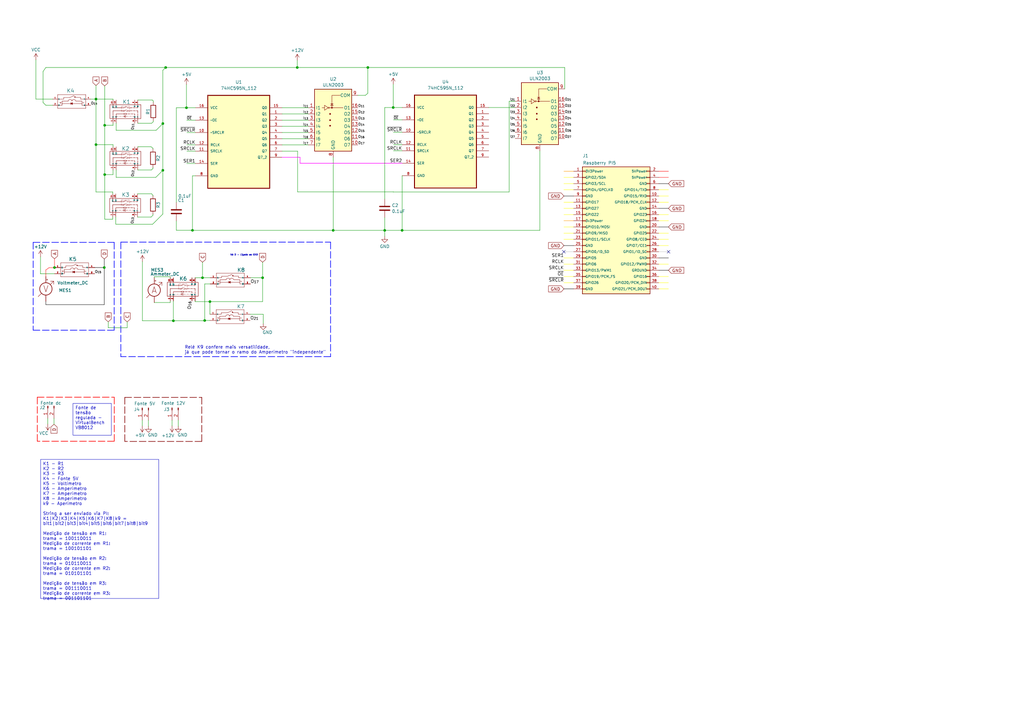
<source format=kicad_sch>
(kicad_sch (version 20230121) (generator eeschema)
  (paper "A3")
  (lib_symbols
    (symbol "3570-1331-123:3570-1331-123" (pin_names (offset 0.254))
      (property "Reference" "K" (at 19.6596 2.7432 0))
      (property "Value" "3570-1331-123" (at 19.9136 0.1524 0))
      (symbol "3570-1331-123_1_1"
        (pin unspecified line (at 12.192 -3.81 0) (length 2) (name "1") (number "1"))
        (pin unspecified line (at 12.192 -6.35 0) (length 2) (name "2") (number "2"))
        (pin unspecified line (at 27.8384 -6.35 180) (length 2) (name "3") (number "3"))
        (pin unspecified line (at 27.8384 -3.81 180) (length 2) (name "4") (number "4"))
      )
    )
    (symbol "3570-1331-123_1" (pin_names (offset 0.254))
      (property "Reference" "K" (at 19.6596 2.7432 0))
      (property "Value" "3570-1331-123" (at 19.9136 0.1524 0))
      (symbol "3570-1331-123_1_1_1"
        (pin unspecified line (at 12.065 -3.81 0) (length 2.54) (name "1") (number "1"))
        (pin unspecified line (at 12.065 -6.35 0) (length 2.54) (name "2") (number "2"))
        (pin unspecified line (at 28.575 -6.35 180) (length 2.54) (name "3") (number "3"))
        (pin unspecified line (at 28.575 -3.81 180) (length 2.54) (name "4") (number "4"))
      )
    )
    (symbol "3572-1220-123:3572-1220-123" (pin_names (offset 0.254))
      (property "Reference" "K1" (at -14.605 5.715 0))
      (property "Value" "3572-1220-123" (at -10.16 5.715 0))
      (symbol "3572-1220-123_1_1"
        (pin unspecified line (at -5.08 -10.16 90) (length 2) (name "1") (number "1"))
        (pin unspecified line (at -3.81 -0.635 270) (length 2) (name "13") (number "13"))
        (pin unspecified line (at -5.08 -0.635 270) (length 2) (name "14") (number "14"))
        (pin unspecified line (at -3.81 -10.16 90) (length 2) (name "2") (number "2"))
        (pin unspecified line (at 3.81 -10.16 90) (length 2) (name "6") (number "6"))
        (pin unspecified line (at 5.08 -10.16 90) (length 2) (name "7") (number "7"))
        (pin unspecified line (at 5.08 -0.635 270) (length 2) (name "8") (number "8"))
        (pin unspecified line (at 3.81 -0.635 270) (length 2) (name "9") (number "9"))
      )
    )
    (symbol "74HC595N:74HC595N_112" (pin_names (offset 1.016))
      (property "Reference" "U" (at -5.2866 17.8676 0))
      (property "Value" "74HC595N_112" (at -4.4502 -27.7437 0))
      (symbol "74HC595N_112_0_0"
        (pin output line (at 17.78 7.62 180) (length 5.08) (name "Q1") (number "1"))
        (pin input line (at -17.78 5.08 0) (length 5.08) (name "~OE") (number "13"))
        (pin output line (at 17.78 10.16 180) (length 5.08) (name "Q0") (number "15"))
        (pin power_in line (at -17.78 10.16 0) (length 5.08) (name "VCC") (number "16"))
        (pin output line (at 17.78 5.08 180) (length 5.08) (name "Q2") (number "2"))
        (pin output line (at 17.78 2.54 180) (length 5.08) (name "Q3") (number "3"))
        (pin output line (at 17.78 0 180) (length 5.08) (name "Q4") (number "4"))
        (pin output line (at 17.78 -2.54 180) (length 5.08) (name "Q5") (number "5"))
        (pin output line (at 17.78 -5.08 180) (length 5.08) (name "Q6") (number "6"))
        (pin output line (at 17.78 -7.62 180) (length 5.08) (name "Q7") (number "7"))
        (pin passive line (at -17.78 -17.78 0) (length 5.08) (name "GND") (number "8"))
        (pin output line (at 17.78 -10.16 180) (length 5.08) (name "Q7_2") (number "9"))
      )
      (symbol "74HC595N_112_1_0"
        (pin input line (at -17.78 0 0) (length 5.08) (name "~SRCLR") (number "10"))
        (pin input line (at -17.78 -7.62 0) (length 5.08) (name "SRCLK") (number "11"))
        (pin input line (at -17.78 -5.08 0) (length 5.08) (name "RCLK") (number "12"))
        (pin input line (at -17.78 -12.7 0) (length 5.08) (name "SER") (number "14"))
      )
    )
    (symbol "Connector:Conn_01x02_Pin" (pin_names (offset 1.016) hide)
      (property "Reference" "J" (at 0 2.54 0))
      (property "Value" "Conn_01x02_Pin" (at 0 -5.08 0))
      (symbol "Conn_01x02_Pin_1_1"
        (pin passive line (at 5.08 0 180) (length 3.81) (name "Pin_1") (number "1"))
        (pin passive line (at 5.08 -2.54 180) (length 3.81) (name "Pin_2") (number "2"))
      )
    )
    (symbol "Device:Ammeter_DC" (pin_numbers hide) (pin_names (offset 0.0254) hide)
      (property "Reference" "MES" (at -3.302 1.016 0))
      (property "Value" "Ammeter_DC" (at -3.302 -0.762 0))
      (symbol "Ammeter_DC_0_0"
        (text "A" (at 0 0 0) (effects (font (size 2.54 2.54))))
      )
      (symbol "Ammeter_DC_1_1"
        (pin passive line (at 0 -5.08 90) (length 2.54) (name "-") (number "1"))
        (pin passive line (at 0 5.08 270) (length 2.54) (name "+") (number "2"))
      )
    )
    (symbol "Device:C" (pin_numbers hide) (pin_names (offset 0.254))
      (property "Reference" "C" (at 0.635 2.54 0))
      (property "Value" "C" (at 0.635 -2.54 0))
      (symbol "C_1_1"
        (pin passive line (at 0 3.81 270) (length 2.794) (name "~") (number "1"))
        (pin passive line (at 0 -3.81 90) (length 2.794) (name "~") (number "2"))
      )
    )
    (symbol "Device:R" (pin_numbers hide) (pin_names (offset 0))
      (property "Reference" "R" (at 2.032 0 90))
      (property "Value" "R" (at 0 0 90))
      (symbol "R_1_1"
        (pin passive line (at 0 3.81 270) (length 1.27) (name "~") (number "1"))
        (pin passive line (at 0 -3.81 90) (length 1.27) (name "~") (number "2"))
      )
    )
    (symbol "Device:Voltmeter_DC" (pin_numbers hide) (pin_names (offset 0.0254) hide)
      (property "Reference" "MES" (at -3.302 1.016 0))
      (property "Value" "Voltmeter_DC" (at -3.302 -0.762 0))
      (symbol "Voltmeter_DC_0_0"
        (text "V" (at 0 0 0) (effects (font (size 2.54 2.54))))
      )
      (symbol "Voltmeter_DC_1_1"
        (pin passive line (at 0 -5.08 90) (length 2.54) (name "-") (number "1"))
        (pin passive line (at 0 5.08 270) (length 2.54) (name "+") (number "2"))
      )
    )
    (symbol "PI5:Raspberry_PI5" (pin_names (offset 1.016))
      (property "Reference" "J2" (at 1.27 54.229 0))
      (property "Value" "Raspberry PI5" (at 6.9596 51.5112 0))
      (symbol "Raspberry_PI5_1_1"
        (pin passive line (at -5.08 48.26 0) (length 3.81) (name "3V3Power") (number "1"))
        (pin passive line (at 29.972 38.1 180) (length 3.81) (name "GPIO15/RXD") (number "10"))
        (pin passive line (at -5.08 35.56 0) (length 3.81) (name "GPIO17") (number "11"))
        (pin passive line (at 29.972 35.56 180) (length 3.81) (name "GPIO18/PCM_CLK") (number "12"))
        (pin passive line (at -5.08 33.02 0) (length 3.81) (name "GPIO27") (number "13"))
        (pin passive line (at 29.972 33.02 180) (length 3.81) (name "GND") (number "14"))
        (pin passive line (at -5.08 30.48 0) (length 3.81) (name "GPIO22") (number "15"))
        (pin passive line (at 29.972 30.48 180) (length 3.81) (name "GPIO23") (number "16"))
        (pin passive line (at -5.08 27.94 0) (length 3.81) (name "3v3Power") (number "17"))
        (pin passive line (at 29.972 27.94 180) (length 3.81) (name "GPIO24") (number "18"))
        (pin passive line (at -5.08 25.4 0) (length 3.81) (name "GPIO10/MOSI") (number "19"))
        (pin passive line (at 29.972 48.26 180) (length 3.81) (name "5VPower") (number "2"))
        (pin passive line (at 29.972 25.4 180) (length 3.81) (name "GND") (number "20"))
        (pin passive line (at -5.08 22.86 0) (length 3.81) (name "GPIO9/MISO") (number "21"))
        (pin passive line (at 29.972 22.86 180) (length 3.81) (name "GPIO25") (number "22"))
        (pin passive line (at -5.08 20.32 0) (length 3.81) (name "GPIO11/SCLK") (number "23"))
        (pin passive line (at 29.972 20.32 180) (length 3.81) (name "GPIO8/CE0") (number "24"))
        (pin passive line (at -5.08 17.78 0) (length 3.81) (name "GND") (number "25"))
        (pin passive line (at 29.972 17.78 180) (length 3.81) (name "GPIO7/CE1") (number "26"))
        (pin passive line (at -5.08 15.24 0) (length 3.81) (name "GPIO0/ID_SD") (number "27"))
        (pin passive line (at 29.972 15.24 180) (length 3.81) (name "GPIO1/ID_SC") (number "28"))
        (pin passive line (at -5.08 12.7 0) (length 3.81) (name "GPIO5") (number "29"))
        (pin passive line (at -5.08 45.72 0) (length 3.81) (name "GPIO2/SDA") (number "3"))
        (pin passive line (at 29.972 12.7 180) (length 3.81) (name "GND") (number "30"))
        (pin passive line (at -5.08 10.16 0) (length 3.81) (name "GPIO6") (number "31"))
        (pin passive line (at 29.972 10.16 180) (length 3.81) (name "GPIO12/PWM0") (number "32"))
        (pin passive line (at -5.08 7.62 0) (length 3.81) (name "GPIO13/PWM1") (number "33"))
        (pin passive line (at 29.972 7.62 180) (length 3.81) (name "GROUND") (number "34"))
        (pin passive line (at -5.08 5.08 0) (length 3.81) (name "GPIO19/PCM_FS") (number "35"))
        (pin passive line (at 29.972 5.08 180) (length 3.81) (name "GPIO16") (number "36"))
        (pin passive line (at -5.08 2.54 0) (length 3.81) (name "GPIO26") (number "37"))
        (pin passive line (at 29.972 2.54 180) (length 3.81) (name "GPIO20/PCM_DIN") (number "38"))
        (pin passive line (at -5.08 0 0) (length 3.81) (name "GND") (number "39"))
        (pin passive line (at 29.972 45.72 180) (length 3.81) (name "5VPower") (number "4"))
        (pin passive line (at 29.972 0 180) (length 3.81) (name "GPIO21/PCM_DOUT") (number "40"))
        (pin passive line (at -5.08 43.18 0) (length 3.81) (name "GPIO3/SCL") (number "5"))
        (pin passive line (at 29.972 43.18 180) (length 3.81) (name "GND") (number "6"))
        (pin passive line (at -5.08 40.64 0) (length 3.81) (name "GPIO4/GPCLK0") (number "7"))
        (pin passive line (at 29.972 40.64 180) (length 3.81) (name "GPIO14/TXD") (number "8"))
        (pin passive line (at -5.08 38.1 0) (length 3.81) (name "GND") (number "9"))
      )
    )
    (symbol "Transistor_Array:ULN2003"
      (property "Reference" "U" (at 0 15.875 0))
      (property "Value" "ULN2003" (at 0 13.97 0))
      (symbol "ULN2003_1_1"
        (pin input line (at -10.16 5.08 0) (length 2.54) (name "I1") (number "1"))
        (pin open_collector line (at 10.16 -10.16 180) (length 2.54) (name "O7") (number "10"))
        (pin open_collector line (at 10.16 -7.62 180) (length 2.54) (name "O6") (number "11"))
        (pin open_collector line (at 10.16 -5.08 180) (length 2.54) (name "O5") (number "12"))
        (pin open_collector line (at 10.16 -2.54 180) (length 2.54) (name "O4") (number "13"))
        (pin open_collector line (at 10.16 0 180) (length 2.54) (name "O3") (number "14"))
        (pin open_collector line (at 10.16 2.54 180) (length 2.54) (name "O2") (number "15"))
        (pin open_collector line (at 10.16 5.08 180) (length 2.54) (name "O1") (number "16"))
        (pin input line (at -10.16 2.54 0) (length 2.54) (name "I2") (number "2"))
        (pin input line (at -10.16 0 0) (length 2.54) (name "I3") (number "3"))
        (pin input line (at -10.16 -2.54 0) (length 2.54) (name "I4") (number "4"))
        (pin input line (at -10.16 -5.08 0) (length 2.54) (name "I5") (number "5"))
        (pin input line (at -10.16 -7.62 0) (length 2.54) (name "I6") (number "6"))
        (pin input line (at -10.16 -10.16 0) (length 2.54) (name "I7") (number "7"))
        (pin power_in line (at 0 -15.24 90) (length 2.54) (name "GND") (number "8"))
        (pin passive line (at 10.16 10.16 180) (length 2.54) (name "COM") (number "9"))
      )
    )
    (symbol "power:+12V" (power) (pin_names (offset 0))
      (property "Value" "+12V" (at 0 3.556 0))
      (symbol "+12V_1_1"
        (pin power_in line (at 0 0 90) (length 0) hide (name "+12V") (number "1"))
      )
    )
    (symbol "power:+5V" (power) (pin_names (offset 0))
      (property "Value" "+5V" (at 0 3.556 0))
      (symbol "+5V_1_1"
        (pin power_in line (at 0 0 90) (length 0) hide (name "+5V") (number "1"))
      )
    )
    (symbol "power:GND" (power) (pin_names (offset 0))
      (property "Value" "GND" (at 0 -3.81 0))
      (symbol "GND_1_1"
        (pin power_in line (at 0 0 270) (length 0) hide (name "GND") (number "1"))
      )
    )
    (symbol "power:VCC" (power) (pin_names (offset 0))
      (property "Value" "VCC" (at 0 3.81 0))
      (symbol "VCC_1_1"
        (pin power_in line (at 0 0 90) (length 0) hide (name "VCC") (number "1"))
      )
    )
  )
  (junction (at 42.7736 109.728))
  (junction (at 83.058 113.919))
  (junction (at 161.2646 44.0944))
  (junction (at 76.4794 44.196))
  (junction (at 107.696 113.919))
  (junction (at 86.106 123.698))
  (junction (at 66.802 69.85))
  (junction (at 164.9213 94.488))
  (junction (at 42.926 51.3842))
  (junction (at 39.37 40.64))
  (junction (at 67.945 27.686))
  (junction (at 121.92 27.686))
  (junction (at 39.37 59.309))
  (junction (at 78.9432 94.4626))
  (junction (at 150.876 27.686))
  (junction (at 66.802 50.673))
  (junction (at 42.9329 71.6026))
  (junction (at 157.7848 94.488))
  (junction (at 22.352 109.728))
  (junction (at 71.12 131.572))
  (junction (at 83.947 131.445))
  (junction (at 136.652 94.488))
  (no_connect (at 231.267 103.251))
  (no_connect (at 274.193 103.251))
  (wire (pts (xy 231.267 118.491) (xy 235.204 118.491)) (stroke (width 0) (color 0 0 0 1)))
  (wire (pts (xy 20.1168 109.7788) (xy 22.352 109.7788)) (stroke (width 0) (color 255 0 0 1)))
  (wire (pts (xy 58.42 131.572) (xy 71.12 131.572)))
  (wire (pts (xy 136.652 94.488) (xy 157.7848 94.488)))
  (wire (pts (xy 83.947 116.459) (xy 83.947 131.445)))
  (wire (pts (xy 69.85 113.538) (xy 69.85 113.919)))
  (wire (pts (xy 76.581 67.056) (xy 80.137 67.056)))
  (wire (pts (xy 56.388 79.502) (xy 62.23 79.502)))
  (wire (pts (xy 270.256 113.411) (xy 274.1676 113.411)) (stroke (width 0) (color 255 255 0 1)))
  (wire (pts (xy 67.945 27.686) (xy 121.92 27.686)))
  (wire (pts (xy 58.3438 172.3898) (xy 58.3438 174.6758)))
  (wire (pts (xy 62.738 88.265) (xy 61.976 89.027)))
  (wire (pts (xy 42.926 71.6026) (xy 42.9329 71.6026)))
  (wire (pts (xy 270.256 115.951) (xy 274.1676 115.951)) (stroke (width 0) (color 255 255 0 1)))
  (wire (pts (xy 21.59 43.18) (xy 18.796 43.18)))
  (wire (pts (xy 208.8134 41.5544) (xy 211.2772 41.5544)))
  (wire (pts (xy 161.3662 49.1744) (xy 164.9222 49.1744)))
  (wire (pts (xy 115.697 54.356) (xy 126.492 54.356)))
  (wire (pts (xy 86.106 123.698) (xy 86.106 128.905)))
  (wire (pts (xy 115.697 59.436) (xy 126.492 59.436)))
  (wire (pts (xy 161.2646 44.0944) (xy 161.2646 34.5694)))
  (wire (pts (xy 231.267 75.311) (xy 235.204 75.311)) (stroke (width 0) (color 255 255 0 1)))
  (wire (pts (xy 62.738 60.833) (xy 61.976 60.198)))
  (wire (pts (xy 83.058 113.919) (xy 86.233 113.919)))
  (wire (pts (xy 62.611 91.948) (xy 66.802 87.757)))
  (wire (pts (xy 164.9213 94.488) (xy 221.4372 94.488)))
  (wire (pts (xy 80.137 44.196) (xy 76.4794 44.196)))
  (wire (pts (xy 69.85 123.444) (xy 69.85 124.079)))
  (wire (pts (xy 80.01 123.698) (xy 80.01 123.444)))
  (wire (pts (xy 17.653 29.337) (xy 18.796 27.686)))
  (wire (pts (xy 51.181 162.9918) (xy 51.181 181.0512)) (stroke (width 0.254) (type dash) (color 132 0 0 1)))
  (wire (pts (xy 16.6116 112.2426) (xy 16.637 112.2426)))
  (wire (pts (xy 58.42 107.315) (xy 58.42 131.572)))
  (wire (pts (xy 62.865 41.402) (xy 62.484 41.021)))
  (wire (pts (xy 71.12 131.572) (xy 83.947 131.572)))
  (wire (pts (xy 56.515 41.021) (xy 62.484 41.021)))
  (wire (pts (xy 49.5554 99.314) (xy 135.5852 99.314)) (stroke (width 0.254) (type dash) (color 0 0 255 1)))
  (wire (pts (xy 270.256 77.851) (xy 274.193 77.851)) (stroke (width 0) (color 255 255 0 1)))
  (wire (pts (xy 76.581 49.276) (xy 80.137 49.276)))
  (wire (pts (xy 46.3296 51.3588) (xy 46.355 51.3588)))
  (wire (pts (xy 39.37 35.052) (xy 39.37 40.64)))
  (wire (pts (xy 46.355 59.309) (xy 39.37 59.309)))
  (wire (pts (xy 231.267 108.331) (xy 235.204 108.331)) (stroke (width 0) (color 255 255 0 1)))
  (wire (pts (xy 76.4794 44.196) (xy 76.4794 34.671)))
  (wire (pts (xy 270.256 98.171) (xy 274.193 98.171)) (stroke (width 0) (color 255 255 0 1)))
  (wire (pts (xy 44.3738 134.4168) (xy 52.1462 134.4168)))
  (wire (pts (xy 270.256 82.931) (xy 274.193 82.931)) (stroke (width 0) (color 255 255 0 1)))
  (wire (pts (xy 200.4822 44.0944) (xy 211.2772 44.0944)))
  (wire (pts (xy 78.9432 94.4626) (xy 78.9432 94.488)))
  (wire (pts (xy 231.267 115.951) (xy 235.204 115.951)) (stroke (width 0) (color 255 255 0 1)))
  (wire (pts (xy 231.267 80.391) (xy 235.204 80.391)) (stroke (width 0) (color 0 0 0 1)))
  (wire (pts (xy 17.653 42.037) (xy 17.653 29.337)))
  (wire (pts (xy 47.625 69.723) (xy 47.625 72.771)))
  (wire (pts (xy 83.947 131.445) (xy 86.106 131.445)))
  (wire (pts (xy 42.7736 106.2228) (xy 42.7736 109.728)) (stroke (width 0) (color 0 0 0 1)))
  (wire (pts (xy 80.01 113.919) (xy 83.058 113.919)))
  (wire (pts (xy 231.267 90.551) (xy 235.204 90.551)) (stroke (width 0) (color 255 153 0 1)))
  (wire (pts (xy 46.355 51.3588) (xy 46.355 50.546)))
  (wire (pts (xy 22.352 109.7788) (xy 22.352 109.728)) (stroke (width 0) (color 255 0 0 1)))
  (wire (pts (xy 22.1488 171.6024) (xy 22.1488 174.0154)))
  (wire (pts (xy 161.417 59.3344) (xy 164.9222 59.3344)))
  (wire (pts (xy 231.267 103.251) (xy 235.204 103.251)) (stroke (width 0) (color 194 194 194 1)))
  (wire (pts (xy 161.3408 78.74) (xy 161.3408 78.7146)))
  (wire (pts (xy 80.01 123.698) (xy 86.106 123.698)))
  (wire (pts (xy 60.8838 172.3898) (xy 60.8838 174.8028)))
  (wire (pts (xy 122.047 61.976) (xy 122.047 78.7146)))
  (wire (pts (xy 42.926 35.2298) (xy 42.926 51.3842)))
  (wire (pts (xy 123.063 66.9544) (xy 164.9222 66.9544)) (stroke (width 0.2) (color 255 0 255 1)))
  (wire (pts (xy 164.9222 72.0344) (xy 164.9222 94.4871)))
  (wire (pts (xy 47.498 89.027) (xy 47.498 91.948)))
  (wire (pts (xy 18.8214 110.7186) (xy 20.1168 109.7788)) (stroke (width 0) (color 255 0 0 1)))
  (wire (pts (xy 121.92 24.765) (xy 121.92 27.686)))
  (wire (pts (xy 42.926 51.3842) (xy 46.3296 51.3842)))
  (wire (pts (xy 42.7736 124.9426) (xy 42.7736 109.728)) (stroke (width 0) (color 0 0 0 1)))
  (wire (pts (xy 231.267 105.791) (xy 235.204 105.791)) (stroke (width 0) (color 255 255 0 1)))
  (wire (pts (xy 56.515 69.723) (xy 62.103 69.723)))
  (wire (pts (xy 62.738 68.707) (xy 62.738 69.088)))
  (wire (pts (xy 51.181 162.9918) (xy 82.7532 162.9918)) (stroke (width 0.254) (type dash) (color 132 0 0 1)))
  (wire (pts (xy 46.355 60.198) (xy 46.355 59.309)))
  (wire (pts (xy 46.228 78.74) (xy 46.228 79.502)))
  (wire (pts (xy 80.137 54.356) (xy 76.6572 54.356)))
  (wire (pts (xy 22.352 106.1466) (xy 22.352 109.728)) (stroke (width 0) (color 255 0 0 1)))
  (wire (pts (xy 82.7532 181.0512) (xy 51.181 181.0512)) (stroke (width 0.254) (type dash) (color 132 0 0 1)))
  (wire (pts (xy 46.8376 99.3902) (xy 46.8376 135.4328)) (stroke (width 0.254) (type dash) (color 0 0 255 1)))
  (wire (pts (xy 122.047 78.7146) (xy 161.3408 78.7146)))
  (wire (pts (xy 231.267 100.711) (xy 235.204 100.711)) (stroke (width 0) (color 0 0 0 1)))
  (wire (pts (xy 63.881 72.771) (xy 66.802 69.85)))
  (wire (pts (xy 66.802 50.673) (xy 66.802 69.85)))
  (wire (pts (xy 62.865 49.911) (xy 62.23 50.546)))
  (wire (pts (xy 164.9222 94.4871) (xy 164.9213 94.488)))
  (wire (pts (xy 80.137 61.976) (xy 76.6572 61.976)))
  (wire (pts (xy 102.743 113.919) (xy 107.696 113.919)))
  (wire (pts (xy 15.2908 162.9156) (xy 15.2908 180.975)) (stroke (width 0.254) (type dash) (color 255 0 0 1)))
  (wire (pts (xy 47.625 72.771) (xy 63.881 72.771)))
  (wire (pts (xy 44.3738 131.9784) (xy 44.3738 134.4168)))
  (wire (pts (xy 39.37 78.74) (xy 46.228 78.74)))
  (wire (pts (xy 150.876 27.686) (xy 150.876 38.227)))
  (wire (pts (xy 19.6088 171.6024) (xy 19.6088 173.8884)))
  (wire (pts (xy 15.2908 162.9156) (xy 46.863 162.9156)) (stroke (width 0.254) (type dash) (color 255 0 0 1)))
  (wire (pts (xy 16.637 112.2426) (xy 16.637 112.268)))
  (wire (pts (xy 161.3662 61.8744) (xy 164.9222 61.8744)))
  (wire (pts (xy 115.697 49.276) (xy 126.492 49.276)))
  (wire (pts (xy 72.3392 94.4626) (xy 78.9432 94.4626)))
  (wire (pts (xy 39.37 59.309) (xy 39.37 78.74)))
  (wire (pts (xy 83.947 116.459) (xy 86.233 116.459)))
  (wire (pts (xy 18.8214 110.7186) (xy 18.8214 113.411)) (stroke (width 0) (color 255 0 0 1)))
  (wire (pts (xy 38.862 109.728) (xy 42.7736 109.728)) (stroke (width 0) (color 0 0 0 1)))
  (wire (pts (xy 66.802 28.829) (xy 67.945 27.686)))
  (wire (pts (xy 157.7848 44.0944) (xy 161.2646 44.0944)))
  (wire (pts (xy 46.3296 51.3588) (xy 46.3296 51.3842)))
  (wire (pts (xy 14.732 24.5364) (xy 14.732 40.64)))
  (wire (pts (xy 270.256 105.791) (xy 274.193 105.791)) (stroke (width 0) (color 0 0 0 1)))
  (wire (pts (xy 42.9329 71.6026) (xy 46.355 71.6026)))
  (wire (pts (xy 63.246 113.538) (xy 69.85 113.538)))
  (wire (pts (xy 231.267 85.471) (xy 235.204 85.471)) (stroke (width 0) (color 255 255 0 1)))
  (wire (pts (xy 157.7848 89.2556) (xy 157.7848 94.488)))
  (wire (pts (xy 231.267 72.771) (xy 235.204 72.771)) (stroke (width 0) (color 255 255 0 1)))
  (wire (pts (xy 146.812 39.116) (xy 149.86 39.116)))
  (wire (pts (xy 121.92 27.686) (xy 150.876 27.686)))
  (wire (pts (xy 16.637 112.268) (xy 22.352 112.268)))
  (wire (pts (xy 46.355 40.64) (xy 46.355 41.021)))
  (wire (pts (xy 270.256 110.871) (xy 274.193 110.871)) (stroke (width 0) (color 0 0 0 1)))
  (wire (pts (xy 115.697 64.516) (xy 123.063 64.516)) (stroke (width 0.2) (color 255 0 255 1)))
  (wire (pts (xy 62.738 80.137) (xy 62.23 79.502)))
  (wire (pts (xy 270.256 95.631) (xy 274.193 95.631)) (stroke (width 0) (color 255 255 0 1)))
  (wire (pts (xy 62.738 61.087) (xy 62.738 60.833)))
  (wire (pts (xy 231.267 98.171) (xy 235.204 98.171)) (stroke (width 0) (color 255 255 0 1)))
  (wire (pts (xy 62.738 69.088) (xy 62.103 69.723)))
  (wire (pts (xy 46.8376 135.4328) (xy 13.6144 135.4328)) (stroke (width 0.254) (type dash) (color 0 0 255 1)))
  (wire (pts (xy 270.256 75.311) (xy 274.193 75.311)) (stroke (width 0) (color 0 0 0 1)))
  (wire (pts (xy 49.5554 99.314) (xy 49.5554 146.2786)) (stroke (width 0.254) (type dash) (color 0 0 255 1)))
  (wire (pts (xy 66.802 28.829) (xy 66.802 50.673)))
  (wire (pts (xy 270.256 70.231) (xy 274.193 70.231)) (stroke (width 0) (color 255 0 0 1)))
  (wire (pts (xy 47.625 53.467) (xy 64.008 53.467)))
  (wire (pts (xy 231.2924 88.011) (xy 235.204 88.011)) (stroke (width 0) (color 255 255 0 1)))
  (wire (pts (xy 72.3392 90.6272) (xy 72.3392 94.4626)))
  (wire (pts (xy 47.498 91.948) (xy 62.611 91.948)))
  (wire (pts (xy 150.876 27.686) (xy 231.5972 27.686)))
  (wire (pts (xy 63.246 113.538) (xy 63.246 113.919)))
  (wire (pts (xy 115.697 44.196) (xy 126.492 44.196)))
  (wire (pts (xy 66.802 69.85) (xy 66.802 87.757)))
  (wire (pts (xy 135.5852 99.314) (xy 135.5852 146.2786)) (stroke (width 0.254) (type dash) (color 0 0 255 1)))
  (wire (pts (xy 18.8214 124.9426) (xy 42.7736 124.9426)) (stroke (width 0) (color 0 0 0 1)))
  (wire (pts (xy 115.697 61.976) (xy 122.047 61.976)))
  (wire (pts (xy 42.9329 89.916) (xy 42.9329 71.6026)))
  (wire (pts (xy 72.3392 44.196) (xy 76.4794 44.196)))
  (wire (pts (xy 231.267 95.631) (xy 235.204 95.631)) (stroke (width 0) (color 255 255 0 1)))
  (wire (pts (xy 73.1012 172.3644) (xy 73.1012 174.7774)))
  (wire (pts (xy 270.256 108.331) (xy 274.1676 108.331)) (stroke (width 0) (color 255 255 0 1)))
  (wire (pts (xy 64.008 53.467) (xy 66.802 50.673)))
  (wire (pts (xy 62.738 80.264) (xy 62.738 80.137)))
  (wire (pts (xy 80.137 72.136) (xy 78.9432 72.136)))
  (wire (pts (xy 115.697 51.816) (xy 126.492 51.816)))
  (wire (pts (xy 208.8134 41.5544) (xy 208.8134 78.74)))
  (wire (pts (xy 231.267 82.931) (xy 235.204 82.931)) (stroke (width 0) (color 255 255 0 1)))
  (wire (pts (xy 78.9432 94.488) (xy 136.652 94.488)))
  (wire (pts (xy 13.6144 99.3902) (xy 13.6144 135.4328)) (stroke (width 0.254) (type dash) (color 0 0 255 1)))
  (wire (pts (xy 157.7848 44.0944) (xy 157.7848 81.6356)))
  (wire (pts (xy 13.6144 99.3902) (xy 46.8376 99.3902)) (stroke (width 0.254) (type dash) (color 0 0 255 1)))
  (wire (pts (xy 39.37 40.64) (xy 46.355 40.64)))
  (wire (pts (xy 231.267 70.231) (xy 235.204 70.231)) (stroke (width 0) (color 255 153 0 1)))
  (wire (pts (xy 231.267 110.871) (xy 235.204 110.871)) (stroke (width 0) (color 255 255 0 1)))
  (wire (pts (xy 270.256 118.491) (xy 274.1676 118.491)) (stroke (width 0) (color 255 255 0 1)))
  (wire (pts (xy 161.3662 54.2544) (xy 164.9222 54.2544)))
  (wire (pts (xy 221.4372 61.8744) (xy 221.4372 94.488)))
  (wire (pts (xy 70.5612 172.3644) (xy 70.5612 174.6504)))
  (wire (pts (xy 270.256 80.391) (xy 274.193 80.391)) (stroke (width 0) (color 255 255 0 1)))
  (wire (pts (xy 115.697 56.896) (xy 126.492 56.896)))
  (wire (pts (xy 37.2364 40.64) (xy 39.37 40.64)))
  (wire (pts (xy 47.625 50.546) (xy 47.625 53.467)))
  (wire (pts (xy 231.2924 93.091) (xy 235.204 93.091)) (stroke (width 0) (color 255 255 0 1)))
  (wire (pts (xy 149.86 39.116) (xy 150.876 38.227)))
  (wire (pts (xy 63.246 124.079) (xy 69.85 124.079)))
  (wire (pts (xy 136.652 64.516) (xy 136.652 94.488)))
  (wire (pts (xy 107.696 107.569) (xy 107.696 113.919)))
  (wire (pts (xy 107.696 113.919) (xy 107.696 123.698)))
  (wire (pts (xy 62.738 87.884) (xy 62.738 88.265)))
  (wire (pts (xy 71.12 131.572) (xy 71.12 123.444)))
  (wire (pts (xy 82.7532 162.9918) (xy 82.7532 181.0512)) (stroke (width 0.254) (type dash) (color 132 0 0 1)))
  (wire (pts (xy 18.8214 124.9426) (xy 18.8214 123.571)) (stroke (width 0) (color 0 0 0 1)))
  (wire (pts (xy 16.6116 105.3084) (xy 16.6116 112.2426)))
  (wire (pts (xy 231.5972 27.686) (xy 231.5972 36.4744)))
  (wire (pts (xy 115.697 46.736) (xy 126.492 46.736)))
  (wire (pts (xy 231.2924 113.411) (xy 235.204 113.411)) (stroke (width 0) (color 255 255 0 1)))
  (wire (pts (xy 157.7848 94.488) (xy 157.7848 96.9518)))
  (wire (pts (xy 123.063 64.516) (xy 123.063 66.9544)) (stroke (width 0.2) (color 255 0 255 1)))
  (wire (pts (xy 83.058 107.569) (xy 83.058 113.919)))
  (wire (pts (xy 72.3392 83.0072) (xy 72.3392 44.196)))
  (wire (pts (xy 161.2646 44.0944) (xy 164.9222 44.0944)))
  (wire (pts (xy 161.3408 78.74) (xy 208.8134 78.74)))
  (wire (pts (xy 270.256 90.551) (xy 274.193 90.551)) (stroke (width 0) (color 255 255 0 1)))
  (wire (pts (xy 157.7848 94.488) (xy 164.9213 94.488)))
  (wire (pts (xy 83.947 131.445) (xy 83.947 131.572)))
  (wire (pts (xy 39.37 40.64) (xy 39.37 59.309)))
  (wire (pts (xy 270.256 93.091) (xy 274.193 93.091)) (stroke (width 0) (color 0 0 0 1)))
  (wire (pts (xy 270.256 103.251) (xy 274.193 103.251)) (stroke (width 0) (color 194 194 194 1)))
  (wire (pts (xy 107.95 128.905) (xy 107.95 132.715)))
  (wire (pts (xy 86.106 123.698) (xy 107.696 123.698)))
  (wire (pts (xy 14.732 40.64) (xy 21.59 40.64)))
  (wire (pts (xy 46.863 180.975) (xy 15.2908 180.975)) (stroke (width 0.254) (type dash) (color 255 0 0 1)))
  (wire (pts (xy 102.616 128.905) (xy 107.95 128.905)))
  (wire (pts (xy 18.796 43.18) (xy 17.653 42.037)))
  (wire (pts (xy 56.515 60.198) (xy 61.976 60.198)))
  (wire (pts (xy 46.228 89.916) (xy 42.9329 89.916)))
  (wire (pts (xy 270.256 88.011) (xy 274.193 88.011)) (stroke (width 0) (color 255 255 0 1)))
  (wire (pts (xy 42.926 51.3842) (xy 42.926 71.6026)))
  (wire (pts (xy 78.9432 72.136) (xy 78.9432 94.4626)))
  (wire (pts (xy 62.865 49.53) (xy 62.865 49.911)))
  (wire (pts (xy 270.256 72.771) (xy 274.193 72.771)) (stroke (width 0) (color 255 0 0 1)))
  (wire (pts (xy 135.5852 146.2786) (xy 49.5554 146.2786)) (stroke (width 0.254) (type dash) (color 0 0 255 1)))
  (wire (pts (xy 46.355 69.723) (xy 46.355 71.6026)))
  (wire (pts (xy 62.865 41.91) (xy 62.865 41.402)))
  (wire (pts (xy 56.515 50.546) (xy 62.23 50.546)))
  (wire (pts (xy 46.863 162.9156) (xy 46.863 180.975)) (stroke (width 0.254) (type dash) (color 255 0 0 1)))
  (wire (pts (xy 52.1462 132.0038) (xy 52.1462 134.4168)))
  (wire (pts (xy 56.388 89.027) (xy 61.976 89.027)))
  (wire (pts (xy 231.267 77.851) (xy 235.204 77.851)) (stroke (width 0) (color 255 255 0 1)))
  (wire (pts (xy 270.256 85.471) (xy 274.193 85.471)) (stroke (width 0) (color 0 0 0 1)))
  (wire (pts (xy 46.228 89.916) (xy 46.228 89.027)))
  (wire (pts (xy 18.796 27.686) (xy 67.945 27.686)))
  (wire (pts (xy 270.256 100.711) (xy 274.1676 100.711)) (stroke (width 0) (color 255 255 0 1)))
  (wire (pts (xy 76.6318 59.436) (xy 80.137 59.436)))
  (text_box "Fonte de tensão regulada - VirtualBench VB8012" (at 29.9212 165.481 0) (size 15.7734 13.0048) (effects (font (size 1.27 1.27)) (justify left top)))
  (text_box "K1 - R1\nK2 - R2\nK3 - R3\nK4 - Fonte 5V\nK5 - Voltímetro\nK6 - Amperímetro\nK7 - Amperímetro\nK8 - Amperímetro\nk9 - Aperímetro\n\nString a ser enviado via PI: \nK1|K2|K3|K4|K5|K6|K7|K8|k9 = bit1|bit2|bit3|bit4|bit5|bit6|bit7|bit8|bit9\n\nMedição de tensão em R1:\ntrama = 100110011\nMedição de corrente em R1:\ntrama = 100101101\n\nMedição de tensão em R2:\ntrama = 010110011\nMedição de corrente em R2:\ntrama = 010101101\n\nMedição de tensão em R3:\ntrama = 001110011\nMedição de corrente em R3:\ntrama = 001101101\n" (at 16.637 188.4426 0) (size 48.4886 57.023) (effects (font (size 1.27 1.27)) (justify left top)))
  (text "Relé K9 confere mais versatilidade, \njá que pode tornar o ramo do Amperímetro \"independente\"" (at 75.7174 145.3388 0) (effects (font (size 1.27 1.27)) (justify left bottom)))
  (text "Nó D - Ligado ao GND" (at 94.361 105.029 0) (effects (font (size 0.635 0.635)) (justify left bottom)))
  (label "O_{11}" (at 55.245 50.546 270) (effects (font (size 1 1))))
  (label "RCLK" (at 80.137 59.436 180))
  (label "SER2" (at 164.9222 66.9544 180))
  (label "I_{15}" (at 126.4412 54.356 180) (effects (font (size 1 1))))
  (label "O_{11}" (at 146.812 44.196 0) (effects (font (size 1 1))))
  (label "SRCLK" (at 80.137 61.976 180))
  (label "I_{25}" (at 211.2772 51.7144 180) (effects (font (size 1 1))))
  (label "I_{21}" (at 211.2772 41.5544 180) (effects (font (size 1 1))))
  (label "I_{24}" (at 211.2772 49.1744 180) (effects (font (size 1 1))))
  (label "I_{22}" (at 211.2772 44.0944 180) (effects (font (size 1 1))))
  (label "I_{11}" (at 126.492 44.196 180) (effects (font (size 1 1))))
  (label "RCLK" (at 231.267 108.331 180))
  (label "O_{23}" (at 231.5972 46.6344 0) (effects (font (size 1 1))))
  (label "I_{17}" (at 126.492 59.436 180) (effects (font (size 1 1))))
  (label "O_{21}" (at 231.5972 41.5544 0) (effects (font (size 1 1))))
  (label "O_{21}" (at 102.616 131.445 0))
  (label "O_{17}" (at 102.743 116.459 0))
  (label "~{OE}" (at 76.581 49.276 0) (effects (font (size 1 1))))
  (label "I_{12}" (at 126.492 46.736 180) (effects (font (size 1 1))))
  (label "O_{26}" (at 231.5972 54.2544 0) (effects (font (size 1 1))))
  (label "I_{26}" (at 211.2772 54.2544 180) (effects (font (size 1 1))))
  (label "O_{12}" (at 146.812 46.736 0) (effects (font (size 1 1))))
  (label "O_{15}" (at 38.862 112.268 0) (effects (font (size 1 1))))
  (label "O_{14}" (at 146.812 51.816 0) (effects (font (size 1 1))))
  (label "RCLK" (at 164.9222 59.3344 180))
  (label "O_{14}" (at 37.2364 43.18 0) (effects (font (size 1 1))))
  (label "O_{16}" (at 78.74 123.444 270))
  (label "O_{27}" (at 231.5972 56.7944 0) (effects (font (size 1 1))))
  (label "O_{25}" (at 231.5972 51.7144 0) (effects (font (size 1 1))))
  (label "~{SRCLR}" (at 231.267 115.951 180))
  (label "O_{13}" (at 146.812 49.276 0) (effects (font (size 1 1))))
  (label "O_{12}" (at 55.245 69.723 270) (effects (font (size 1 1))))
  (label "I_{23}" (at 211.2772 46.6344 180) (effects (font (size 1 1))))
  (label "~{SRCLR}" (at 80.137 54.356 180))
  (label "O_{24}" (at 231.5972 49.1744 0) (effects (font (size 1 1))))
  (label "SRCLK" (at 231.267 110.871 180))
  (label "I_{13}" (at 126.492 49.276 180) (effects (font (size 1 1))))
  (label "I_{14}" (at 126.4666 51.816 180) (effects (font (size 1 1))))
  (label "~{SRCLR}" (at 164.9222 54.2544 180))
  (label "SER1" (at 231.267 105.791 180))
  (label "~{OE}" (at 231.2924 113.411 180))
  (label "O_{17}" (at 146.812 59.436 0) (effects (font (size 1 1))))
  (label "SER1" (at 80.137 67.056 180))
  (label "O_{13}" (at 55.118 89.027 270) (effects (font (size 1 1))))
  (label "I_{27}" (at 211.2772 56.7944 180) (effects (font (size 1 1))))
  (label "I_{16}" (at 126.492 56.896 180) (effects (font (size 1 1))))
  (label "O_{22}" (at 231.5972 44.0944 0) (effects (font (size 1 1))))
  (label "~{OE}" (at 161.3662 49.1744 0) (effects (font (size 1 1))))
  (label "O_{15}" (at 146.812 54.356 0) (effects (font (size 1 1))))
  (label "O_{16}" (at 146.812 56.896 0) (effects (font (size 1 1))))
  (label "SRCLK" (at 164.9222 61.8744 180))
  (global_label "D" (shape input) (at 107.696 107.569 90) (property "Intersheetrefs" "${INTERSHEET_REFS}" (effects hide)))
  (global_label "GND" (shape input) (at 231.267 100.711 180) (property "Intersheetrefs" "${INTERSHEET_REFS}" (effects hide)))
  (global_label "A" (shape input) (at 39.37 35.052 90) (property "Intersheetrefs" "${INTERSHEET_REFS}" (effects hide)))
  (global_label "C" (shape input) (at 83.058 107.569 90) (property "Intersheetrefs" "${INTERSHEET_REFS}" (effects hide)))
  (global_label "B" (shape input) (at 42.926 35.2298 90) (property "Intersheetrefs" "${INTERSHEET_REFS}" (effects hide)))
  (global_label "D" (shape input) (at 22.1488 174.0154 270) (property "Intersheetrefs" "${INTERSHEET_REFS}" (effects hide)))
  (global_label "B" (shape input) (at 44.3738 131.9784 90) (property "Intersheetrefs" "${INTERSHEET_REFS}" (effects hide)))
  (global_label "D" (shape input) (at 42.7736 106.2228 90) (property "Intersheetrefs" "${INTERSHEET_REFS}" (effects hide)))
  (global_label "GND" (shape input) (at 274.193 75.311 0) (property "Intersheetrefs" "${INTERSHEET_REFS}" (effects hide)))
  (global_label "GND" (shape input) (at 274.193 110.871 0) (property "Intersheetrefs" "${INTERSHEET_REFS}" (effects hide)))
  (global_label "GND" (shape input) (at 231.267 118.491 180) (property "Intersheetrefs" "${INTERSHEET_REFS}" (effects hide)))
  (global_label "GND" (shape input) (at 274.193 93.091 0) (property "Intersheetrefs" "${INTERSHEET_REFS}" (effects hide)))
  (global_label "A" (shape input) (at 22.352 106.1466 90) (property "Intersheetrefs" "${INTERSHEET_REFS}" (effects hide)))
  (global_label "GND" (shape input) (at 231.267 80.391 180) (property "Intersheetrefs" "${INTERSHEET_REFS}" (effects hide)))
  (global_label "C" (shape input) (at 52.1462 132.0038 90) (property "Intersheetrefs" "${INTERSHEET_REFS}" (effects hide)))
  (global_label "GND" (shape input) (at 274.193 85.471 0) (property "Intersheetrefs" "${INTERSHEET_REFS}" (effects hide)))
  (symbol (lib_id "Device:R") (at 62.865 45.72 180) (unit 1)
    (property "Reference" "R1" (effects hide))
    (property "Value" "R1" (at 60.706 45.72 90))
    (property "Footprint" "Resistor_THT:R_Axial_DIN0207_L6.3mm_D2.5mm_P15.24mm_Horizontal" (effects hide))
  )
  (symbol (lib_id "power:+5V") (at 76.4794 34.671 0) (unit 1)
    (property "Reference" "#PWR09" (effects hide))
    (property "Value" "+5V" (at 76.4794 30.5379 0))
  )
  (symbol (lib_id "3572-1220-123:3572-1220-123") (at 74.93 113.284 0) (unit 1)
    (property "Reference" "K6" (at 73.533 114.3 0) (effects (font (size 1.524 1.524)) (justify left)))
    (property "Value" "3572-1220-123" (effects hide))
    (property "Footprint" "3572-1220-053:RELAY8_3572-1220-053_COM" (effects hide))
    (property "Datasheet" "3572-1220-053" (effects hide))
  )
  (symbol (lib_name "3570-1331-123_1") (lib_id "3570-1331-123:3570-1331-123") (at 10.287 105.918 0) (unit 1)
    (property "Reference" "K5" (at 29.845 106.299 0) (effects (font (size 1.524 1.524))))
    (property "Value" "3570-1331-123" (effects hide))
    (property "Footprint" "3570-1220-123:SIP_3570-1331_COM" (effects hide))
    (property "Datasheet" "3570-1331-051" (effects hide))
  )
  (symbol (lib_id "3572-1220-123:3572-1220-123") (at 51.308 78.867 0) (unit 1)
    (property "Reference" "K3" (at 49.911 79.883 0) (effects (font (size 1.524 1.524)) (justify left)))
    (property "Value" "3572-1220-123" (effects hide))
    (property "Footprint" "3572-1220-053:RELAY8_3572-1220-053_COM" (effects hide))
    (property "Datasheet" "3572-1220-053" (effects hide))
  )
  (symbol (lib_id "power:GND") (at 73.1012 174.7774 0) (unit 1)
    (property "Reference" "#PWR012" (effects hide))
    (property "Value" "GND" (at 74.8538 178.3842 0))
  )
  (symbol (lib_id "Connector:Conn_01x02_Pin") (at 19.6088 166.5224 90) (mirror x) (unit 1)
    (property "Reference" "J2" (at 18.5928 167.1574 90) (effects (justify left)))
    (property "Value" "Fonte dc" (at 25.146 165.3032 90) (effects (justify left)))
    (property "Footprint" "Connector_PinSocket_2.54mm:PinSocket_1x02_P2.54mm_Vertical" (effects hide))
  )
  (symbol (lib_id "Device:R") (at 62.738 84.074 0) (unit 1)
    (property "Reference" "R3" (effects hide))
    (property "Value" "R3" (at 64.897 84.074 90))
    (property "Footprint" "Resistor_THT:R_Axial_DIN0207_L6.3mm_D2.5mm_P15.24mm_Horizontal" (effects hide))
  )
  (symbol (lib_id "Device:C") (at 72.3392 86.8172 0) (unit 1)
    (property "Reference" "C1" (at 72.9488 82.1436 0) (effects (justify left)))
    (property "Value" "0.1uF" (at 73.0758 80.4164 0) (effects (justify left)))
  )
  (symbol (lib_id "power:VCC") (at 19.6088 173.8884 180) (unit 1)
    (property "Reference" "#PWR07" (effects hide))
    (property "Value" "VCC" (at 17.9578 177.673 0))
  )
  (symbol (lib_id "Transistor_Array:ULN2003") (at 136.652 49.276 0) (unit 1)
    (property "Reference" "U2" (at 136.652 32.4317 0))
    (property "Value" "ULN2003" (at 136.652 34.8559 0))
    (property "Footprint" "Package_DIP:DIP-16_W10.16mm" (effects hide))
    (property "Datasheet" "http://www.ti.com/lit/ds/symlink/uln2003a.pdf" (effects hide))
  )
  (symbol (lib_id "3570-1331-123:3570-1331-123") (at 9.398 36.83 0) (unit 1)
    (property "Reference" "K4" (at 28.956 37.211 0) (effects (font (size 1.524 1.524))))
    (property "Value" "3570-1331-123" (effects hide))
    (property "Footprint" "3570-1220-123:SIP_3570-1331_COM" (effects hide))
    (property "Datasheet" "3570-1331-051" (effects hide))
  )
  (symbol (lib_id "Connector:Conn_01x02_Pin") (at 58.3438 167.3098 90) (mirror x) (unit 1)
    (property "Reference" "J4" (at 57.3278 167.9448 90) (effects (justify left)))
    (property "Value" "Fonte 5V" (at 63.7032 165.5318 90) (effects (justify left)))
    (property "Footprint" "Connector_PinSocket_2.54mm:PinSocket_1x02_P2.54mm_Vertical" (effects hide))
  )
  (symbol (lib_id "power:GND") (at 157.7848 96.9518 0) (unit 1)
    (property "Reference" "#PWR04" (effects hide))
    (property "Value" "GND" (at 157.7848 101.0849 0))
  )
  (symbol (lib_id "3572-1220-123:3572-1220-123") (at 51.435 40.386 0) (unit 1)
    (property "Reference" "K1" (at 50.292 41.783 0) (effects (font (size 1.524 1.524)) (justify left)))
    (property "Value" "3572-1220-123" (effects hide))
    (property "Footprint" "3572-1220-053:RELAY8_3572-1220-053_COM" (effects hide))
    (property "Datasheet" "3572-1220-053" (effects hide))
  )
  (symbol (lib_id "power:+12V") (at 121.92 24.765 0) (unit 1)
    (property "Reference" "#PWR01" (effects hide))
    (property "Value" "+12V" (at 121.92 20.6319 0))
  )
  (symbol (lib_id "3572-1220-123:3572-1220-123") (at 51.435 59.563 0) (unit 1)
    (property "Reference" "K2" (at 49.911 60.96 0) (effects (font (size 1.524 1.524)) (justify left)))
    (property "Value" "3572-1220-123" (effects hide))
    (property "Footprint" "3572-1220-053:RELAY8_3572-1220-053_COM" (effects hide))
    (property "Datasheet" "3572-1220-053" (effects hide))
  )
  (symbol (lib_id "74HC595N:74HC595N_112") (at 182.7022 54.2544 0) (unit 1)
    (property "Reference" "U4" (at 182.7022 33.5534 0))
    (property "Value" "74HC595N_112" (at 182.7022 36.0934 0))
    (property "Footprint" "74HC595N_112:DIP254P762X420-16" (effects hide))
    (property "MF" "NXP USA" (effects hide))
    (property "Description" "\nShift Shift Register 1 Element 8 Bit 16-DIP\n" (effects hide))
    (property "PACKAGE" "DIP-16" (effects hide))
    (property "MPN" "74HC595N,112" (effects hide))
    (property "Price" "None" (effects hide))
    (property "Package" "SOT38-4-16 Nexperia" (effects hide))
    (property "OC_FARNELL" "1826799" (effects hide))
    (property "SnapEDA_Link" "https://www.snapeda.com/parts/74HC595N,112/NXP+USA+Inc./view-part/?ref=snap" (effects hide))
    (property "MP" "74HC595N,112" (effects hide))
    (property "Purchase-URL" "https://www.snapeda.com/api/url_track_click_mouser/?unipart_id=32067&manufacturer=NXP USA&part_name=74HC595N,112&search_term=74hc595" (effects hide))
    (property "SUPPLIER" "NXP" (effects hide))
    (property "OC_NEWARK" "71R2683" (effects hide))
    (property "Availability" "In Stock" (effects hide))
    (property "Check_prices" "https://www.snapeda.com/parts/74HC595N,112/NXP+USA+Inc./view-part/?ref=eda" (effects hide))
  )
  (symbol (lib_id "Connector:Conn_01x02_Pin") (at 70.5612 167.2844 90) (mirror x) (unit 1)
    (property "Reference" "J3" (at 69.5452 167.9194 90) (effects (justify left)))
    (property "Value" "Fonte 12V" (at 75.9968 165.354 90) (effects (justify left)))
    (property "Footprint" "Connector_PinSocket_2.54mm:PinSocket_1x02_P2.54mm_Vertical" (effects hide))
  )
  (symbol (lib_id "power:VCC") (at 14.732 24.5364 0) (unit 1)
    (property "Reference" "#PWR014" (effects hide))
    (property "Value" "VCC" (at 14.732 20.4033 0))
  )
  (symbol (lib_id "power:GND") (at 107.95 132.715 0) (unit 1)
    (property "Reference" "#PWR017" (effects hide))
    (property "Value" "GND" (at 109.7026 136.3218 0))
  )
  (symbol (lib_id "Device:R") (at 62.738 64.897 0) (unit 1)
    (property "Reference" "R2" (effects hide))
    (property "Value" "R2" (at 64.897 64.897 90))
    (property "Footprint" "Resistor_THT:R_Axial_DIN0207_L6.3mm_D2.5mm_P15.24mm_Horizontal" (effects hide))
  )
  (symbol (lib_name "3570-1331-123_1") (lib_id "3570-1331-123:3570-1331-123") (at 74.041 125.095 0) (unit 1)
    (property "Reference" "K7" (at 98.7552 125.73 0) (effects (font (size 1.524 1.524))))
    (property "Value" "3570-1331-123" (effects hide))
    (property "Footprint" "3570-1220-123:SIP_3570-1331_COM" (effects hide))
    (property "Datasheet" "3570-1331-051" (effects hide))
  )
  (symbol (lib_id "power:+5V") (at 58.3438 174.6758 180) (unit 1)
    (property "Reference" "#PWR013" (effects hide))
    (property "Value" "+5V" (at 57.3532 178.4858 0))
  )
  (symbol (lib_id "Transistor_Array:ULN2003") (at 221.4372 46.6344 0) (unit 1)
    (property "Reference" "U3" (at 221.4372 29.7901 0))
    (property "Value" "ULN2003" (at 221.4372 32.2143 0))
    (property "Footprint" "Package_DIP:DIP-16_W10.16mm" (effects hide))
    (property "Datasheet" "http://www.ti.com/lit/ds/symlink/uln2003a.pdf" (effects hide))
  )
  (symbol (lib_id "power:+12V") (at 16.6116 105.3084 0) (unit 1)
    (property "Reference" "#PWR02" (effects hide))
    (property "Value" "+12V" (at 16.6116 101.1753 0))
  )
  (symbol (lib_id "74HC595N:74HC595N_112") (at 97.917 54.356 0) (unit 1)
    (property "Reference" "U1" (at 97.917 33.655 0))
    (property "Value" "74HC595N_112" (at 97.917 36.195 0))
    (property "Footprint" "74HC595N_112:DIP254P762X420-16" (effects hide))
    (property "MF" "NXP USA" (effects hide))
    (property "Description" "\nShift Shift Register 1 Element 8 Bit 16-DIP\n" (effects hide))
    (property "PACKAGE" "DIP-16" (effects hide))
    (property "MPN" "74HC595N,112" (effects hide))
    (property "Price" "None" (effects hide))
    (property "Package" "SOT38-4-16 Nexperia" (effects hide))
    (property "OC_FARNELL" "1826799" (effects hide))
    (property "SnapEDA_Link" "https://www.snapeda.com/parts/74HC595N,112/NXP+USA+Inc./view-part/?ref=snap" (effects hide))
    (property "MP" "74HC595N,112" (effects hide))
    (property "Purchase-URL" "https://www.snapeda.com/api/url_track_click_mouser/?unipart_id=32067&manufacturer=NXP USA&part_name=74HC595N,112&search_term=74hc595" (effects hide))
    (property "SUPPLIER" "NXP" (effects hide))
    (property "OC_NEWARK" "71R2683" (effects hide))
    (property "Availability" "In Stock" (effects hide))
    (property "Check_prices" "https://www.snapeda.com/parts/74HC595N,112/NXP+USA+Inc./view-part/?ref=eda" (effects hide))
  )
  (symbol (lib_id "Device:C") (at 157.7848 85.4456 0) (unit 1)
    (property "Reference" "C2" (at 160.7058 84.2335 0) (effects (justify left)))
    (property "Value" "0.1uF" (at 160.7058 86.6577 0) (effects (justify left)))
  )
  (symbol (lib_id "power:+12V") (at 58.42 107.315 0) (unit 1)
    (property "Reference" "#PWR08" (effects hide))
    (property "Value" "+12V" (at 58.42 103.1819 0))
  )
  (symbol (lib_id "power:+5V") (at 161.2646 34.5694 0) (unit 1)
    (property "Reference" "#PWR016" (effects hide))
    (property "Value" "+5V" (at 161.2646 30.4363 0))
  )
  (symbol (lib_id "Device:Voltmeter_DC") (at 18.8214 118.491 0) (unit 1)
    (property "Reference" "MES1" (at 24.13 119.0752 0) (effects (justify left)))
    (property "Value" "Voltmeter_DC" (at 23.495 116.0018 0) (effects (justify left)))
    (property "Footprint" "Connector_PinHeader_2.54mm:PinHeader_1x02_P2.54mm_Vertical" (effects hide))
  )
  (symbol (lib_id "Device:Ammeter_DC") (at 63.246 118.999 0) (unit 1)
    (property "Reference" "MES3" (at 61.849 110.744 0) (effects (justify left)))
    (property "Value" "Ammeter_DC" (at 61.722 112.395 0) (effects (justify left)))
    (property "Footprint" "Connector_PinHeader_2.54mm:PinHeader_1x02_P2.54mm_Vertical" (effects hide))
  )
  (symbol (lib_id "power:+12V") (at 70.5612 174.6504 180) (unit 1)
    (property "Reference" "#PWR011" (effects hide))
    (property "Value" "+12V" (at 68.8848 178.6382 0))
  )
  (symbol (lib_id "PI5:Raspberry_PI5") (at 240.284 118.491 0) (unit 1)
    (property "Reference" "J1" (at 240.157 63.881 0))
    (property "Value" "Raspberry PI5" (at 245.872 66.802 0))
    (property "Footprint" "Connector_PinSocket_2.54mm:PinSocket_2x20_P2.54mm_Vertical" (effects hide))
  )
  (symbol (lib_name "3570-1331-123_1") (lib_id "3570-1331-123:3570-1331-123") (at 74.168 110.109 0) (unit 1)
    (property "Reference" "K8" (at 98.8822 110.744 0) (effects (font (size 1.524 1.524))))
    (property "Value" "3570-1331-123" (effects hide))
    (property "Footprint" "3570-1220-123:SIP_3570-1331_COM" (effects hide))
    (property "Datasheet" "3570-1331-051" (effects hide))
  )
  (symbol (lib_id "power:GND") (at 60.8838 174.8028 0) (unit 1)
    (property "Reference" "#PWR015" (effects hide))
    (property "Value" "GND" (at 62.6364 178.4096 0))
  )
)
</source>
